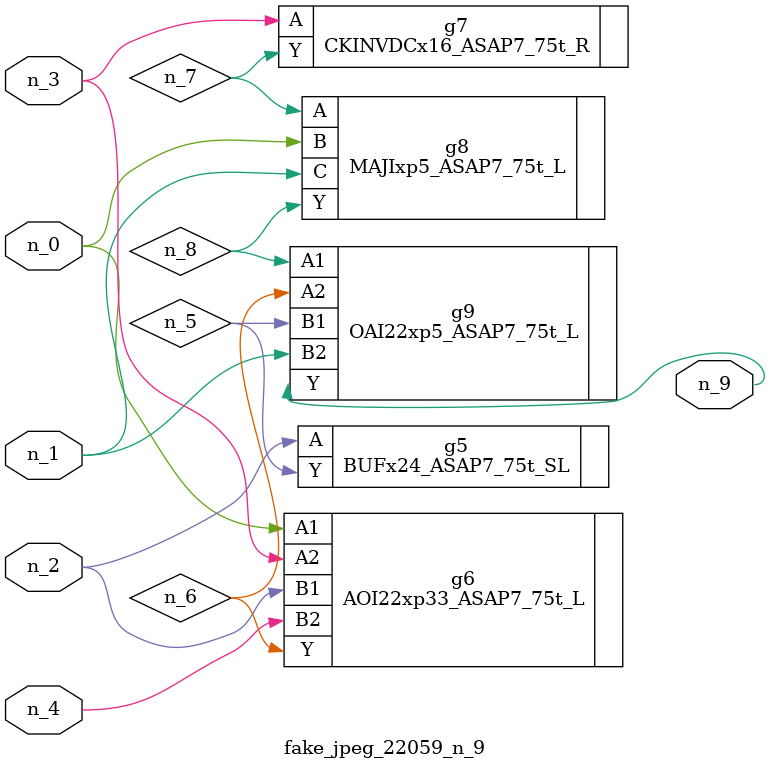
<source format=v>
module fake_jpeg_22059_n_9 (n_3, n_2, n_1, n_0, n_4, n_9);

input n_3;
input n_2;
input n_1;
input n_0;
input n_4;

output n_9;

wire n_8;
wire n_6;
wire n_5;
wire n_7;

BUFx24_ASAP7_75t_SL g5 ( 
.A(n_2),
.Y(n_5)
);

AOI22xp33_ASAP7_75t_L g6 ( 
.A1(n_0),
.A2(n_3),
.B1(n_2),
.B2(n_4),
.Y(n_6)
);

CKINVDCx16_ASAP7_75t_R g7 ( 
.A(n_3),
.Y(n_7)
);

MAJIxp5_ASAP7_75t_L g8 ( 
.A(n_7),
.B(n_0),
.C(n_1),
.Y(n_8)
);

OAI22xp5_ASAP7_75t_L g9 ( 
.A1(n_8),
.A2(n_6),
.B1(n_5),
.B2(n_1),
.Y(n_9)
);


endmodule
</source>
